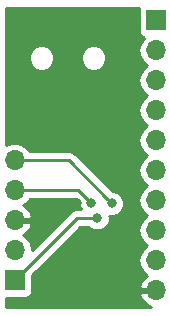
<source format=gbl>
G04 #@! TF.GenerationSoftware,KiCad,Pcbnew,(5.0.0)*
G04 #@! TF.CreationDate,2018-09-18T20:25:08+02:00*
G04 #@! TF.ProjectId,pcb_relay_main,7063625F72656C61795F6D61696E2E6B,rev?*
G04 #@! TF.SameCoordinates,PXeb14aa0PY7f13bd0*
G04 #@! TF.FileFunction,Copper,L2,Bot,Signal*
G04 #@! TF.FilePolarity,Positive*
%FSLAX46Y46*%
G04 Gerber Fmt 4.6, Leading zero omitted, Abs format (unit mm)*
G04 Created by KiCad (PCBNEW (5.0.0)) date 09/18/18 20:25:08*
%MOMM*%
%LPD*%
G01*
G04 APERTURE LIST*
G04 #@! TA.AperFunction,ComponentPad*
%ADD10O,1.700000X1.700000*%
G04 #@! TD*
G04 #@! TA.AperFunction,ComponentPad*
%ADD11R,1.700000X1.700000*%
G04 #@! TD*
G04 #@! TA.AperFunction,ViaPad*
%ADD12C,0.800000*%
G04 #@! TD*
G04 #@! TA.AperFunction,Conductor*
%ADD13C,0.250000*%
G04 #@! TD*
G04 #@! TA.AperFunction,Conductor*
%ADD14C,0.254000*%
G04 #@! TD*
G04 APERTURE END LIST*
D10*
G04 #@! TO.P,J3,10*
G04 #@! TO.N,GND*
X13500000Y-24610000D03*
G04 #@! TO.P,J3,9*
G04 #@! TO.N,RA5*
X13500000Y-22070000D03*
G04 #@! TO.P,J3,8*
G04 #@! TO.N,RA4*
X13500000Y-19530000D03*
G04 #@! TO.P,J3,7*
G04 #@! TO.N,Net-(J3-Pad7)*
X13500000Y-16990000D03*
G04 #@! TO.P,J3,6*
G04 #@! TO.N,Net-(J3-Pad6)*
X13500000Y-14450000D03*
G04 #@! TO.P,J3,5*
G04 #@! TO.N,Net-(J3-Pad5)*
X13500000Y-11910000D03*
G04 #@! TO.P,J3,4*
G04 #@! TO.N,Net-(J3-Pad4)*
X13500000Y-9370000D03*
G04 #@! TO.P,J3,3*
G04 #@! TO.N,ICSPCLK*
X13500000Y-6830000D03*
G04 #@! TO.P,J3,2*
G04 #@! TO.N,ICSPDAT*
X13500000Y-4290000D03*
D11*
G04 #@! TO.P,J3,1*
G04 #@! TO.N,+5V*
X13500000Y-1750000D03*
G04 #@! TD*
D10*
G04 #@! TO.P,J1,5*
G04 #@! TO.N,ICSPCLK*
X1500000Y-13590000D03*
G04 #@! TO.P,J1,4*
G04 #@! TO.N,ICSPDAT*
X1500000Y-16130000D03*
G04 #@! TO.P,J1,3*
G04 #@! TO.N,GND*
X1500000Y-18670000D03*
G04 #@! TO.P,J1,2*
G04 #@! TO.N,+5V*
X1500000Y-21210000D03*
D11*
G04 #@! TO.P,J1,1*
G04 #@! TO.N,VPP*
X1500000Y-23750000D03*
G04 #@! TD*
D12*
G04 #@! TO.N,GND*
X4500000Y-10750000D03*
X7500000Y-9750000D03*
X6750000Y-17250000D03*
X1500000Y-10750000D03*
X6750000Y-24500000D03*
X6250000Y-3000000D03*
G04 #@! TO.N,ICSPCLK*
X9749996Y-17250000D03*
G04 #@! TO.N,ICSPDAT*
X8000000Y-17250000D03*
G04 #@! TO.N,VPP*
X8500000Y-18500000D03*
G04 #@! TD*
D13*
G04 #@! TO.N,GND*
X4500000Y-10750000D02*
X3934315Y-10750000D01*
X3934315Y-10750000D02*
X1500000Y-10750000D01*
X5500000Y-9750000D02*
X4500000Y-10750000D01*
X7500000Y-9750000D02*
X5500000Y-9750000D01*
G04 #@! TO.N,ICSPCLK*
X6089996Y-13590000D02*
X9349997Y-16850001D01*
X9349997Y-16850001D02*
X9749996Y-17250000D01*
X1500000Y-13590000D02*
X6089996Y-13590000D01*
G04 #@! TO.N,ICSPDAT*
X1500000Y-16130000D02*
X6880000Y-16130000D01*
X7600001Y-16850001D02*
X8000000Y-17250000D01*
X6880000Y-16130000D02*
X7600001Y-16850001D01*
G04 #@! TO.N,VPP*
X5500000Y-19750000D02*
X1500000Y-23750000D01*
X8500000Y-18500000D02*
X6750000Y-18500000D01*
X6750000Y-18500000D02*
X5500000Y-19750000D01*
G04 #@! TD*
D14*
G04 #@! TO.N,GND*
G36*
X12002560Y-900000D02*
X12002560Y-2600000D01*
X12051843Y-2847765D01*
X12192191Y-3057809D01*
X12402235Y-3198157D01*
X12447619Y-3207184D01*
X12429375Y-3219375D01*
X12101161Y-3710582D01*
X11985908Y-4290000D01*
X12101161Y-4869418D01*
X12429375Y-5360625D01*
X12727761Y-5560000D01*
X12429375Y-5759375D01*
X12101161Y-6250582D01*
X11985908Y-6830000D01*
X12101161Y-7409418D01*
X12429375Y-7900625D01*
X12727761Y-8100000D01*
X12429375Y-8299375D01*
X12101161Y-8790582D01*
X11985908Y-9370000D01*
X12101161Y-9949418D01*
X12429375Y-10440625D01*
X12727761Y-10640000D01*
X12429375Y-10839375D01*
X12101161Y-11330582D01*
X11985908Y-11910000D01*
X12101161Y-12489418D01*
X12429375Y-12980625D01*
X12727761Y-13180000D01*
X12429375Y-13379375D01*
X12101161Y-13870582D01*
X11985908Y-14450000D01*
X12101161Y-15029418D01*
X12429375Y-15520625D01*
X12727761Y-15720000D01*
X12429375Y-15919375D01*
X12101161Y-16410582D01*
X11985908Y-16990000D01*
X12101161Y-17569418D01*
X12429375Y-18060625D01*
X12727761Y-18260000D01*
X12429375Y-18459375D01*
X12101161Y-18950582D01*
X11985908Y-19530000D01*
X12101161Y-20109418D01*
X12429375Y-20600625D01*
X12727761Y-20800000D01*
X12429375Y-20999375D01*
X12101161Y-21490582D01*
X11985908Y-22070000D01*
X12101161Y-22649418D01*
X12429375Y-23140625D01*
X12748478Y-23353843D01*
X12618642Y-23414817D01*
X12228355Y-23843076D01*
X12058524Y-24253110D01*
X12179845Y-24483000D01*
X13373000Y-24483000D01*
X13373000Y-24463000D01*
X13627000Y-24463000D01*
X13627000Y-24483000D01*
X13647000Y-24483000D01*
X13647000Y-24737000D01*
X13627000Y-24737000D01*
X13627000Y-24757000D01*
X13373000Y-24757000D01*
X13373000Y-24737000D01*
X12179845Y-24737000D01*
X12058524Y-24966890D01*
X12228355Y-25376924D01*
X12618642Y-25805183D01*
X13065416Y-26015000D01*
X735000Y-26015000D01*
X735000Y-25247440D01*
X2350000Y-25247440D01*
X2597765Y-25198157D01*
X2807809Y-25057809D01*
X2948157Y-24847765D01*
X2997440Y-24600000D01*
X2997440Y-23327361D01*
X6090329Y-20234473D01*
X6090331Y-20234470D01*
X7064802Y-19260000D01*
X7796289Y-19260000D01*
X7913720Y-19377431D01*
X8294126Y-19535000D01*
X8705874Y-19535000D01*
X9086280Y-19377431D01*
X9377431Y-19086280D01*
X9535000Y-18705874D01*
X9535000Y-18294126D01*
X9528548Y-18278549D01*
X9544122Y-18285000D01*
X9955870Y-18285000D01*
X10336276Y-18127431D01*
X10627427Y-17836280D01*
X10784996Y-17455874D01*
X10784996Y-17044126D01*
X10627427Y-16663720D01*
X10336276Y-16372569D01*
X9955870Y-16215000D01*
X9789798Y-16215000D01*
X6680327Y-13105530D01*
X6637925Y-13042071D01*
X6386533Y-12874096D01*
X6164848Y-12830000D01*
X6164843Y-12830000D01*
X6089996Y-12815112D01*
X6015149Y-12830000D01*
X2778178Y-12830000D01*
X2570625Y-12519375D01*
X2079418Y-12191161D01*
X1646256Y-12105000D01*
X1353744Y-12105000D01*
X920582Y-12191161D01*
X735000Y-12315163D01*
X735000Y-4709180D01*
X2690000Y-4709180D01*
X2690000Y-5140820D01*
X2855182Y-5539603D01*
X3160397Y-5844818D01*
X3559180Y-6010000D01*
X3990820Y-6010000D01*
X4389603Y-5844818D01*
X4694818Y-5539603D01*
X4860000Y-5140820D01*
X4860000Y-4709180D01*
X7090000Y-4709180D01*
X7090000Y-5140820D01*
X7255182Y-5539603D01*
X7560397Y-5844818D01*
X7959180Y-6010000D01*
X8390820Y-6010000D01*
X8789603Y-5844818D01*
X9094818Y-5539603D01*
X9260000Y-5140820D01*
X9260000Y-4709180D01*
X9094818Y-4310397D01*
X8789603Y-4005182D01*
X8390820Y-3840000D01*
X7959180Y-3840000D01*
X7560397Y-4005182D01*
X7255182Y-4310397D01*
X7090000Y-4709180D01*
X4860000Y-4709180D01*
X4694818Y-4310397D01*
X4389603Y-4005182D01*
X3990820Y-3840000D01*
X3559180Y-3840000D01*
X3160397Y-4005182D01*
X2855182Y-4310397D01*
X2690000Y-4709180D01*
X735000Y-4709180D01*
X735000Y-735000D01*
X12035380Y-735000D01*
X12002560Y-900000D01*
X12002560Y-900000D01*
G37*
X12002560Y-900000D02*
X12002560Y-2600000D01*
X12051843Y-2847765D01*
X12192191Y-3057809D01*
X12402235Y-3198157D01*
X12447619Y-3207184D01*
X12429375Y-3219375D01*
X12101161Y-3710582D01*
X11985908Y-4290000D01*
X12101161Y-4869418D01*
X12429375Y-5360625D01*
X12727761Y-5560000D01*
X12429375Y-5759375D01*
X12101161Y-6250582D01*
X11985908Y-6830000D01*
X12101161Y-7409418D01*
X12429375Y-7900625D01*
X12727761Y-8100000D01*
X12429375Y-8299375D01*
X12101161Y-8790582D01*
X11985908Y-9370000D01*
X12101161Y-9949418D01*
X12429375Y-10440625D01*
X12727761Y-10640000D01*
X12429375Y-10839375D01*
X12101161Y-11330582D01*
X11985908Y-11910000D01*
X12101161Y-12489418D01*
X12429375Y-12980625D01*
X12727761Y-13180000D01*
X12429375Y-13379375D01*
X12101161Y-13870582D01*
X11985908Y-14450000D01*
X12101161Y-15029418D01*
X12429375Y-15520625D01*
X12727761Y-15720000D01*
X12429375Y-15919375D01*
X12101161Y-16410582D01*
X11985908Y-16990000D01*
X12101161Y-17569418D01*
X12429375Y-18060625D01*
X12727761Y-18260000D01*
X12429375Y-18459375D01*
X12101161Y-18950582D01*
X11985908Y-19530000D01*
X12101161Y-20109418D01*
X12429375Y-20600625D01*
X12727761Y-20800000D01*
X12429375Y-20999375D01*
X12101161Y-21490582D01*
X11985908Y-22070000D01*
X12101161Y-22649418D01*
X12429375Y-23140625D01*
X12748478Y-23353843D01*
X12618642Y-23414817D01*
X12228355Y-23843076D01*
X12058524Y-24253110D01*
X12179845Y-24483000D01*
X13373000Y-24483000D01*
X13373000Y-24463000D01*
X13627000Y-24463000D01*
X13627000Y-24483000D01*
X13647000Y-24483000D01*
X13647000Y-24737000D01*
X13627000Y-24737000D01*
X13627000Y-24757000D01*
X13373000Y-24757000D01*
X13373000Y-24737000D01*
X12179845Y-24737000D01*
X12058524Y-24966890D01*
X12228355Y-25376924D01*
X12618642Y-25805183D01*
X13065416Y-26015000D01*
X735000Y-26015000D01*
X735000Y-25247440D01*
X2350000Y-25247440D01*
X2597765Y-25198157D01*
X2807809Y-25057809D01*
X2948157Y-24847765D01*
X2997440Y-24600000D01*
X2997440Y-23327361D01*
X6090329Y-20234473D01*
X6090331Y-20234470D01*
X7064802Y-19260000D01*
X7796289Y-19260000D01*
X7913720Y-19377431D01*
X8294126Y-19535000D01*
X8705874Y-19535000D01*
X9086280Y-19377431D01*
X9377431Y-19086280D01*
X9535000Y-18705874D01*
X9535000Y-18294126D01*
X9528548Y-18278549D01*
X9544122Y-18285000D01*
X9955870Y-18285000D01*
X10336276Y-18127431D01*
X10627427Y-17836280D01*
X10784996Y-17455874D01*
X10784996Y-17044126D01*
X10627427Y-16663720D01*
X10336276Y-16372569D01*
X9955870Y-16215000D01*
X9789798Y-16215000D01*
X6680327Y-13105530D01*
X6637925Y-13042071D01*
X6386533Y-12874096D01*
X6164848Y-12830000D01*
X6164843Y-12830000D01*
X6089996Y-12815112D01*
X6015149Y-12830000D01*
X2778178Y-12830000D01*
X2570625Y-12519375D01*
X2079418Y-12191161D01*
X1646256Y-12105000D01*
X1353744Y-12105000D01*
X920582Y-12191161D01*
X735000Y-12315163D01*
X735000Y-4709180D01*
X2690000Y-4709180D01*
X2690000Y-5140820D01*
X2855182Y-5539603D01*
X3160397Y-5844818D01*
X3559180Y-6010000D01*
X3990820Y-6010000D01*
X4389603Y-5844818D01*
X4694818Y-5539603D01*
X4860000Y-5140820D01*
X4860000Y-4709180D01*
X7090000Y-4709180D01*
X7090000Y-5140820D01*
X7255182Y-5539603D01*
X7560397Y-5844818D01*
X7959180Y-6010000D01*
X8390820Y-6010000D01*
X8789603Y-5844818D01*
X9094818Y-5539603D01*
X9260000Y-5140820D01*
X9260000Y-4709180D01*
X9094818Y-4310397D01*
X8789603Y-4005182D01*
X8390820Y-3840000D01*
X7959180Y-3840000D01*
X7560397Y-4005182D01*
X7255182Y-4310397D01*
X7090000Y-4709180D01*
X4860000Y-4709180D01*
X4694818Y-4310397D01*
X4389603Y-4005182D01*
X3990820Y-3840000D01*
X3559180Y-3840000D01*
X3160397Y-4005182D01*
X2855182Y-4310397D01*
X2690000Y-4709180D01*
X735000Y-4709180D01*
X735000Y-735000D01*
X12035380Y-735000D01*
X12002560Y-900000D01*
G36*
X6965000Y-17289802D02*
X6965000Y-17455874D01*
X7082689Y-17740000D01*
X6824847Y-17740000D01*
X6750000Y-17725112D01*
X6675153Y-17740000D01*
X6675148Y-17740000D01*
X6453463Y-17784096D01*
X6202071Y-17952071D01*
X6159671Y-18015527D01*
X5015530Y-19159669D01*
X5015527Y-19159671D01*
X3005980Y-21169218D01*
X2898839Y-20630582D01*
X2570625Y-20139375D01*
X2251522Y-19926157D01*
X2381358Y-19865183D01*
X2771645Y-19436924D01*
X2941476Y-19026890D01*
X2820155Y-18797000D01*
X1627000Y-18797000D01*
X1627000Y-18817000D01*
X1373000Y-18817000D01*
X1373000Y-18797000D01*
X1353000Y-18797000D01*
X1353000Y-18543000D01*
X1373000Y-18543000D01*
X1373000Y-18523000D01*
X1627000Y-18523000D01*
X1627000Y-18543000D01*
X2820155Y-18543000D01*
X2941476Y-18313110D01*
X2771645Y-17903076D01*
X2381358Y-17474817D01*
X2251522Y-17413843D01*
X2570625Y-17200625D01*
X2778178Y-16890000D01*
X6565199Y-16890000D01*
X6965000Y-17289802D01*
X6965000Y-17289802D01*
G37*
X6965000Y-17289802D02*
X6965000Y-17455874D01*
X7082689Y-17740000D01*
X6824847Y-17740000D01*
X6750000Y-17725112D01*
X6675153Y-17740000D01*
X6675148Y-17740000D01*
X6453463Y-17784096D01*
X6202071Y-17952071D01*
X6159671Y-18015527D01*
X5015530Y-19159669D01*
X5015527Y-19159671D01*
X3005980Y-21169218D01*
X2898839Y-20630582D01*
X2570625Y-20139375D01*
X2251522Y-19926157D01*
X2381358Y-19865183D01*
X2771645Y-19436924D01*
X2941476Y-19026890D01*
X2820155Y-18797000D01*
X1627000Y-18797000D01*
X1627000Y-18817000D01*
X1373000Y-18817000D01*
X1373000Y-18797000D01*
X1353000Y-18797000D01*
X1353000Y-18543000D01*
X1373000Y-18543000D01*
X1373000Y-18523000D01*
X1627000Y-18523000D01*
X1627000Y-18543000D01*
X2820155Y-18543000D01*
X2941476Y-18313110D01*
X2771645Y-17903076D01*
X2381358Y-17474817D01*
X2251522Y-17413843D01*
X2570625Y-17200625D01*
X2778178Y-16890000D01*
X6565199Y-16890000D01*
X6965000Y-17289802D01*
G04 #@! TD*
M02*

</source>
